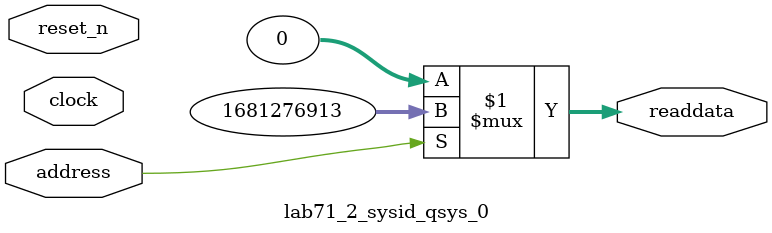
<source format=v>



// synthesis translate_off
`timescale 1ns / 1ps
// synthesis translate_on

// turn off superfluous verilog processor warnings 
// altera message_level Level1 
// altera message_off 10034 10035 10036 10037 10230 10240 10030 

module lab71_2_sysid_qsys_0 (
               // inputs:
                address,
                clock,
                reset_n,

               // outputs:
                readdata
             )
;

  output  [ 31: 0] readdata;
  input            address;
  input            clock;
  input            reset_n;

  wire    [ 31: 0] readdata;
  //control_slave, which is an e_avalon_slave
  assign readdata = address ? 1681276913 : 0;

endmodule



</source>
